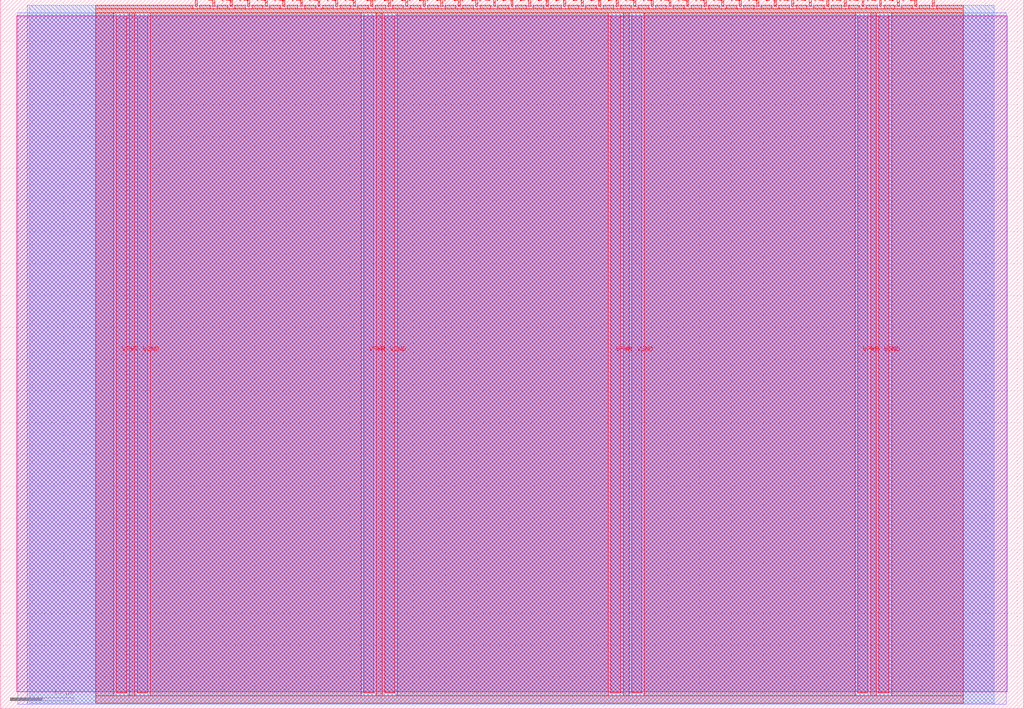
<source format=lef>
VERSION 5.7 ;
  NOWIREEXTENSIONATPIN ON ;
  DIVIDERCHAR "/" ;
  BUSBITCHARS "[]" ;
MACRO tt_um_vga_glyph_mode
  CLASS BLOCK ;
  FOREIGN tt_um_vga_glyph_mode ;
  ORIGIN 0.000 0.000 ;
  SIZE 161.000 BY 111.520 ;
  PIN VGND
    DIRECTION INOUT ;
    USE GROUND ;
    PORT
      LAYER met4 ;
        RECT 21.580 2.480 23.180 109.040 ;
    END
    PORT
      LAYER met4 ;
        RECT 60.450 2.480 62.050 109.040 ;
    END
    PORT
      LAYER met4 ;
        RECT 99.320 2.480 100.920 109.040 ;
    END
    PORT
      LAYER met4 ;
        RECT 138.190 2.480 139.790 109.040 ;
    END
  END VGND
  PIN VPWR
    DIRECTION INOUT ;
    USE POWER ;
    PORT
      LAYER met4 ;
        RECT 18.280 2.480 19.880 109.040 ;
    END
    PORT
      LAYER met4 ;
        RECT 57.150 2.480 58.750 109.040 ;
    END
    PORT
      LAYER met4 ;
        RECT 96.020 2.480 97.620 109.040 ;
    END
    PORT
      LAYER met4 ;
        RECT 134.890 2.480 136.490 109.040 ;
    END
  END VPWR
  PIN clk
    DIRECTION INPUT ;
    USE SIGNAL ;
    ANTENNAGATEAREA 0.852000 ;
    PORT
      LAYER met4 ;
        RECT 143.830 110.520 144.130 111.520 ;
    END
  END clk
  PIN ena
    DIRECTION INPUT ;
    USE SIGNAL ;
    PORT
      LAYER met4 ;
        RECT 146.590 110.520 146.890 111.520 ;
    END
  END ena
  PIN rst_n
    DIRECTION INPUT ;
    USE SIGNAL ;
    ANTENNAGATEAREA 0.196500 ;
    PORT
      LAYER met4 ;
        RECT 141.070 110.520 141.370 111.520 ;
    END
  END rst_n
  PIN ui_in[0]
    DIRECTION INPUT ;
    USE SIGNAL ;
    ANTENNAGATEAREA 0.196500 ;
    PORT
      LAYER met4 ;
        RECT 138.310 110.520 138.610 111.520 ;
    END
  END ui_in[0]
  PIN ui_in[1]
    DIRECTION INPUT ;
    USE SIGNAL ;
    ANTENNAGATEAREA 0.213000 ;
    PORT
      LAYER met4 ;
        RECT 135.550 110.520 135.850 111.520 ;
    END
  END ui_in[1]
  PIN ui_in[2]
    DIRECTION INPUT ;
    USE SIGNAL ;
    PORT
      LAYER met4 ;
        RECT 132.790 110.520 133.090 111.520 ;
    END
  END ui_in[2]
  PIN ui_in[3]
    DIRECTION INPUT ;
    USE SIGNAL ;
    PORT
      LAYER met4 ;
        RECT 130.030 110.520 130.330 111.520 ;
    END
  END ui_in[3]
  PIN ui_in[4]
    DIRECTION INPUT ;
    USE SIGNAL ;
    PORT
      LAYER met4 ;
        RECT 127.270 110.520 127.570 111.520 ;
    END
  END ui_in[4]
  PIN ui_in[5]
    DIRECTION INPUT ;
    USE SIGNAL ;
    PORT
      LAYER met4 ;
        RECT 124.510 110.520 124.810 111.520 ;
    END
  END ui_in[5]
  PIN ui_in[6]
    DIRECTION INPUT ;
    USE SIGNAL ;
    ANTENNAGATEAREA 0.213000 ;
    PORT
      LAYER met4 ;
        RECT 121.750 110.520 122.050 111.520 ;
    END
  END ui_in[6]
  PIN ui_in[7]
    DIRECTION INPUT ;
    USE SIGNAL ;
    ANTENNAGATEAREA 0.196500 ;
    PORT
      LAYER met4 ;
        RECT 118.990 110.520 119.290 111.520 ;
    END
  END ui_in[7]
  PIN uio_in[0]
    DIRECTION INPUT ;
    USE SIGNAL ;
    PORT
      LAYER met4 ;
        RECT 116.230 110.520 116.530 111.520 ;
    END
  END uio_in[0]
  PIN uio_in[1]
    DIRECTION INPUT ;
    USE SIGNAL ;
    PORT
      LAYER met4 ;
        RECT 113.470 110.520 113.770 111.520 ;
    END
  END uio_in[1]
  PIN uio_in[2]
    DIRECTION INPUT ;
    USE SIGNAL ;
    PORT
      LAYER met4 ;
        RECT 110.710 110.520 111.010 111.520 ;
    END
  END uio_in[2]
  PIN uio_in[3]
    DIRECTION INPUT ;
    USE SIGNAL ;
    PORT
      LAYER met4 ;
        RECT 107.950 110.520 108.250 111.520 ;
    END
  END uio_in[3]
  PIN uio_in[4]
    DIRECTION INPUT ;
    USE SIGNAL ;
    PORT
      LAYER met4 ;
        RECT 105.190 110.520 105.490 111.520 ;
    END
  END uio_in[4]
  PIN uio_in[5]
    DIRECTION INPUT ;
    USE SIGNAL ;
    PORT
      LAYER met4 ;
        RECT 102.430 110.520 102.730 111.520 ;
    END
  END uio_in[5]
  PIN uio_in[6]
    DIRECTION INPUT ;
    USE SIGNAL ;
    PORT
      LAYER met4 ;
        RECT 99.670 110.520 99.970 111.520 ;
    END
  END uio_in[6]
  PIN uio_in[7]
    DIRECTION INPUT ;
    USE SIGNAL ;
    PORT
      LAYER met4 ;
        RECT 96.910 110.520 97.210 111.520 ;
    END
  END uio_in[7]
  PIN uio_oe[0]
    DIRECTION OUTPUT ;
    USE SIGNAL ;
    PORT
      LAYER met4 ;
        RECT 49.990 110.520 50.290 111.520 ;
    END
  END uio_oe[0]
  PIN uio_oe[1]
    DIRECTION OUTPUT ;
    USE SIGNAL ;
    PORT
      LAYER met4 ;
        RECT 47.230 110.520 47.530 111.520 ;
    END
  END uio_oe[1]
  PIN uio_oe[2]
    DIRECTION OUTPUT ;
    USE SIGNAL ;
    PORT
      LAYER met4 ;
        RECT 44.470 110.520 44.770 111.520 ;
    END
  END uio_oe[2]
  PIN uio_oe[3]
    DIRECTION OUTPUT ;
    USE SIGNAL ;
    PORT
      LAYER met4 ;
        RECT 41.710 110.520 42.010 111.520 ;
    END
  END uio_oe[3]
  PIN uio_oe[4]
    DIRECTION OUTPUT ;
    USE SIGNAL ;
    PORT
      LAYER met4 ;
        RECT 38.950 110.520 39.250 111.520 ;
    END
  END uio_oe[4]
  PIN uio_oe[5]
    DIRECTION OUTPUT ;
    USE SIGNAL ;
    PORT
      LAYER met4 ;
        RECT 36.190 110.520 36.490 111.520 ;
    END
  END uio_oe[5]
  PIN uio_oe[6]
    DIRECTION OUTPUT ;
    USE SIGNAL ;
    PORT
      LAYER met4 ;
        RECT 33.430 110.520 33.730 111.520 ;
    END
  END uio_oe[6]
  PIN uio_oe[7]
    DIRECTION OUTPUT ;
    USE SIGNAL ;
    PORT
      LAYER met4 ;
        RECT 30.670 110.520 30.970 111.520 ;
    END
  END uio_oe[7]
  PIN uio_out[0]
    DIRECTION OUTPUT ;
    USE SIGNAL ;
    PORT
      LAYER met4 ;
        RECT 72.070 110.520 72.370 111.520 ;
    END
  END uio_out[0]
  PIN uio_out[1]
    DIRECTION OUTPUT ;
    USE SIGNAL ;
    PORT
      LAYER met4 ;
        RECT 69.310 110.520 69.610 111.520 ;
    END
  END uio_out[1]
  PIN uio_out[2]
    DIRECTION OUTPUT ;
    USE SIGNAL ;
    PORT
      LAYER met4 ;
        RECT 66.550 110.520 66.850 111.520 ;
    END
  END uio_out[2]
  PIN uio_out[3]
    DIRECTION OUTPUT ;
    USE SIGNAL ;
    PORT
      LAYER met4 ;
        RECT 63.790 110.520 64.090 111.520 ;
    END
  END uio_out[3]
  PIN uio_out[4]
    DIRECTION OUTPUT ;
    USE SIGNAL ;
    PORT
      LAYER met4 ;
        RECT 61.030 110.520 61.330 111.520 ;
    END
  END uio_out[4]
  PIN uio_out[5]
    DIRECTION OUTPUT ;
    USE SIGNAL ;
    PORT
      LAYER met4 ;
        RECT 58.270 110.520 58.570 111.520 ;
    END
  END uio_out[5]
  PIN uio_out[6]
    DIRECTION OUTPUT ;
    USE SIGNAL ;
    PORT
      LAYER met4 ;
        RECT 55.510 110.520 55.810 111.520 ;
    END
  END uio_out[6]
  PIN uio_out[7]
    DIRECTION OUTPUT ;
    USE SIGNAL ;
    PORT
      LAYER met4 ;
        RECT 52.750 110.520 53.050 111.520 ;
    END
  END uio_out[7]
  PIN uo_out[0]
    DIRECTION OUTPUT ;
    USE SIGNAL ;
    ANTENNADIFFAREA 0.924000 ;
    PORT
      LAYER met4 ;
        RECT 94.150 110.520 94.450 111.520 ;
    END
  END uo_out[0]
  PIN uo_out[1]
    DIRECTION OUTPUT ;
    USE SIGNAL ;
    ANTENNADIFFAREA 0.924000 ;
    PORT
      LAYER met4 ;
        RECT 91.390 110.520 91.690 111.520 ;
    END
  END uo_out[1]
  PIN uo_out[2]
    DIRECTION OUTPUT ;
    USE SIGNAL ;
    ANTENNADIFFAREA 0.924000 ;
    PORT
      LAYER met4 ;
        RECT 88.630 110.520 88.930 111.520 ;
    END
  END uo_out[2]
  PIN uo_out[3]
    DIRECTION OUTPUT ;
    USE SIGNAL ;
    ANTENNADIFFAREA 0.445500 ;
    PORT
      LAYER met4 ;
        RECT 85.870 110.520 86.170 111.520 ;
    END
  END uo_out[3]
  PIN uo_out[4]
    DIRECTION OUTPUT ;
    USE SIGNAL ;
    ANTENNADIFFAREA 0.924000 ;
    PORT
      LAYER met4 ;
        RECT 83.110 110.520 83.410 111.520 ;
    END
  END uo_out[4]
  PIN uo_out[5]
    DIRECTION OUTPUT ;
    USE SIGNAL ;
    ANTENNADIFFAREA 0.924000 ;
    PORT
      LAYER met4 ;
        RECT 80.350 110.520 80.650 111.520 ;
    END
  END uo_out[5]
  PIN uo_out[6]
    DIRECTION OUTPUT ;
    USE SIGNAL ;
    ANTENNADIFFAREA 0.911000 ;
    PORT
      LAYER met4 ;
        RECT 77.590 110.520 77.890 111.520 ;
    END
  END uo_out[6]
  PIN uo_out[7]
    DIRECTION OUTPUT ;
    USE SIGNAL ;
    ANTENNADIFFAREA 0.795200 ;
    PORT
      LAYER met4 ;
        RECT 74.830 110.520 75.130 111.520 ;
    END
  END uo_out[7]
  OBS
      LAYER nwell ;
        RECT 2.570 2.635 158.430 108.990 ;
      LAYER li1 ;
        RECT 2.760 2.635 158.240 108.885 ;
      LAYER met1 ;
        RECT 2.760 0.720 158.240 109.440 ;
      LAYER met2 ;
        RECT 4.240 0.690 156.310 110.685 ;
      LAYER met3 ;
        RECT 4.665 0.855 156.335 110.665 ;
      LAYER met4 ;
        RECT 15.015 110.120 30.270 110.665 ;
        RECT 31.370 110.120 33.030 110.665 ;
        RECT 34.130 110.120 35.790 110.665 ;
        RECT 36.890 110.120 38.550 110.665 ;
        RECT 39.650 110.120 41.310 110.665 ;
        RECT 42.410 110.120 44.070 110.665 ;
        RECT 45.170 110.120 46.830 110.665 ;
        RECT 47.930 110.120 49.590 110.665 ;
        RECT 50.690 110.120 52.350 110.665 ;
        RECT 53.450 110.120 55.110 110.665 ;
        RECT 56.210 110.120 57.870 110.665 ;
        RECT 58.970 110.120 60.630 110.665 ;
        RECT 61.730 110.120 63.390 110.665 ;
        RECT 64.490 110.120 66.150 110.665 ;
        RECT 67.250 110.120 68.910 110.665 ;
        RECT 70.010 110.120 71.670 110.665 ;
        RECT 72.770 110.120 74.430 110.665 ;
        RECT 75.530 110.120 77.190 110.665 ;
        RECT 78.290 110.120 79.950 110.665 ;
        RECT 81.050 110.120 82.710 110.665 ;
        RECT 83.810 110.120 85.470 110.665 ;
        RECT 86.570 110.120 88.230 110.665 ;
        RECT 89.330 110.120 90.990 110.665 ;
        RECT 92.090 110.120 93.750 110.665 ;
        RECT 94.850 110.120 96.510 110.665 ;
        RECT 97.610 110.120 99.270 110.665 ;
        RECT 100.370 110.120 102.030 110.665 ;
        RECT 103.130 110.120 104.790 110.665 ;
        RECT 105.890 110.120 107.550 110.665 ;
        RECT 108.650 110.120 110.310 110.665 ;
        RECT 111.410 110.120 113.070 110.665 ;
        RECT 114.170 110.120 115.830 110.665 ;
        RECT 116.930 110.120 118.590 110.665 ;
        RECT 119.690 110.120 121.350 110.665 ;
        RECT 122.450 110.120 124.110 110.665 ;
        RECT 125.210 110.120 126.870 110.665 ;
        RECT 127.970 110.120 129.630 110.665 ;
        RECT 130.730 110.120 132.390 110.665 ;
        RECT 133.490 110.120 135.150 110.665 ;
        RECT 136.250 110.120 137.910 110.665 ;
        RECT 139.010 110.120 140.670 110.665 ;
        RECT 141.770 110.120 143.430 110.665 ;
        RECT 144.530 110.120 146.190 110.665 ;
        RECT 147.290 110.120 151.505 110.665 ;
        RECT 15.015 109.440 151.505 110.120 ;
        RECT 15.015 2.080 17.880 109.440 ;
        RECT 20.280 2.080 21.180 109.440 ;
        RECT 23.580 2.080 56.750 109.440 ;
        RECT 59.150 2.080 60.050 109.440 ;
        RECT 62.450 2.080 95.620 109.440 ;
        RECT 98.020 2.080 98.920 109.440 ;
        RECT 101.320 2.080 134.490 109.440 ;
        RECT 136.890 2.080 137.790 109.440 ;
        RECT 140.190 2.080 151.505 109.440 ;
        RECT 15.015 0.855 151.505 2.080 ;
  END
END tt_um_vga_glyph_mode
END LIBRARY


</source>
